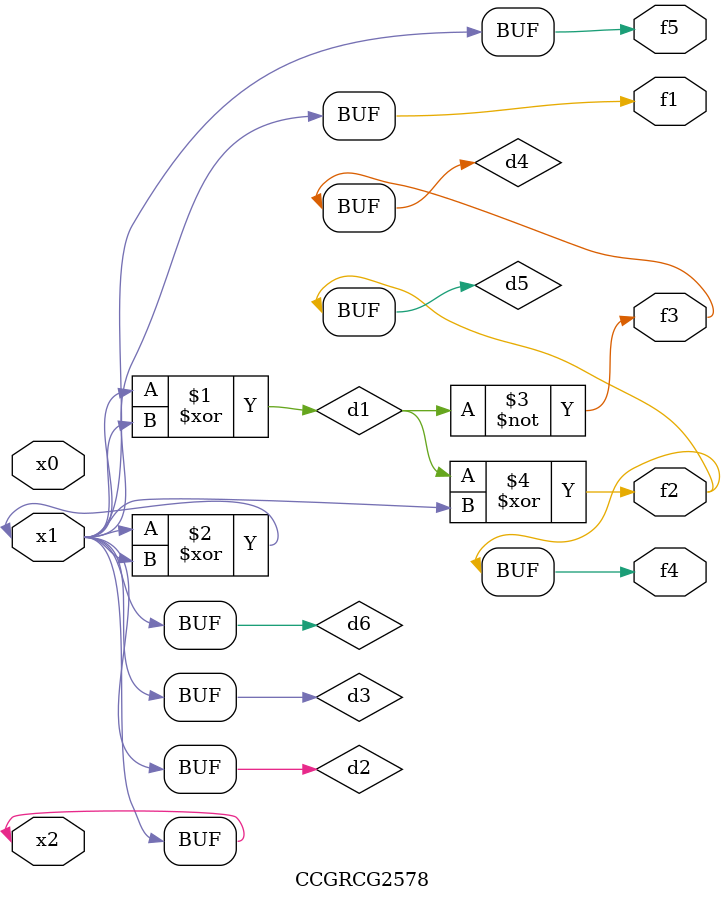
<source format=v>
module CCGRCG2578(
	input x0, x1, x2,
	output f1, f2, f3, f4, f5
);

	wire d1, d2, d3, d4, d5, d6;

	xor (d1, x1, x2);
	buf (d2, x1, x2);
	xor (d3, x1, x2);
	nor (d4, d1);
	xor (d5, d1, d2);
	buf (d6, d2, d3);
	assign f1 = d6;
	assign f2 = d5;
	assign f3 = d4;
	assign f4 = d5;
	assign f5 = d6;
endmodule

</source>
